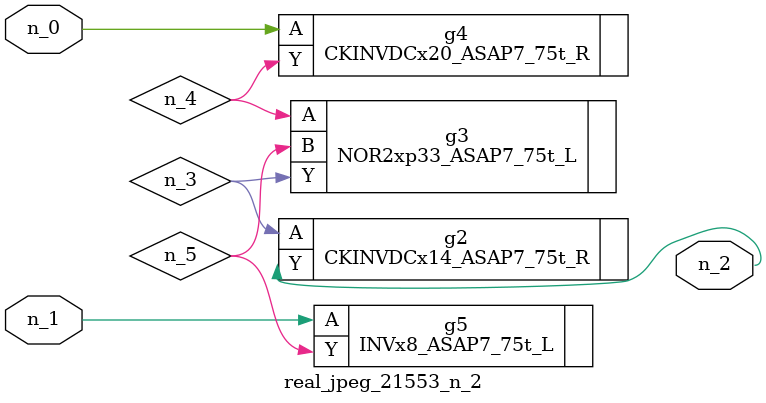
<source format=v>
module real_jpeg_21553_n_2 (n_1, n_0, n_2);

input n_1;
input n_0;

output n_2;

wire n_5;
wire n_4;
wire n_3;

CKINVDCx20_ASAP7_75t_R g4 ( 
.A(n_0),
.Y(n_4)
);

INVx8_ASAP7_75t_L g5 ( 
.A(n_1),
.Y(n_5)
);

CKINVDCx14_ASAP7_75t_R g2 ( 
.A(n_3),
.Y(n_2)
);

NOR2xp33_ASAP7_75t_L g3 ( 
.A(n_4),
.B(n_5),
.Y(n_3)
);


endmodule
</source>
